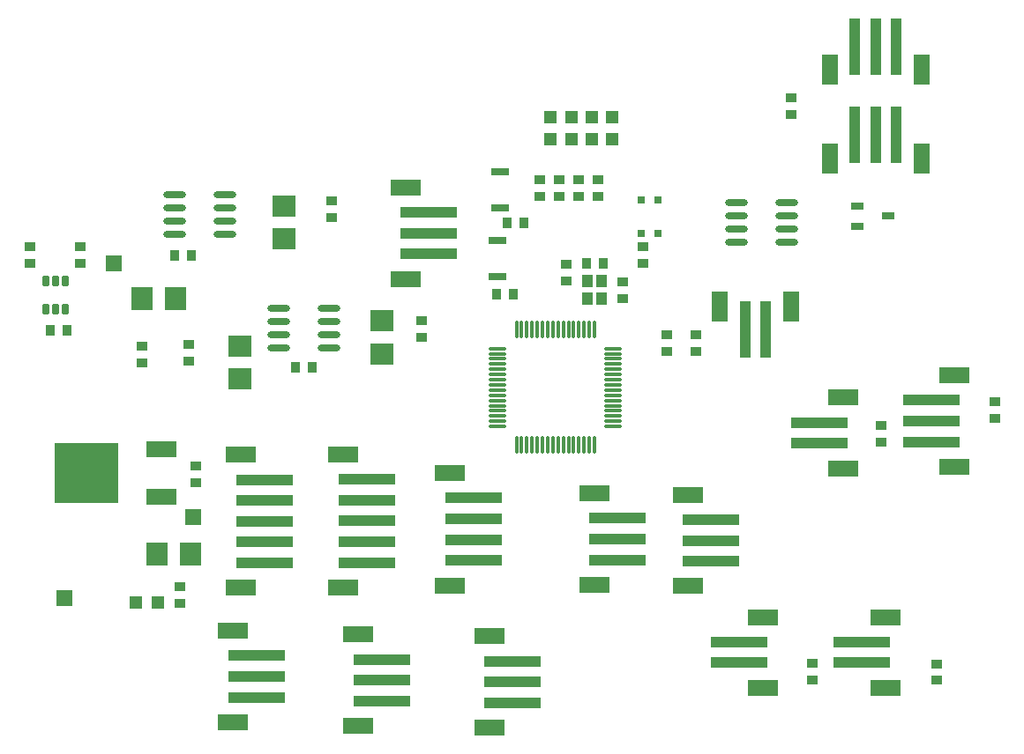
<source format=gtp>
G04*
G04 #@! TF.GenerationSoftware,Altium Limited,Altium Designer,18.1.7 (191)*
G04*
G04 Layer_Color=8421504*
%FSLAX25Y25*%
%MOIN*%
G70*
G01*
G75*
%ADD18O,0.08661X0.02362*%
%ADD19R,0.04724X0.04724*%
%ADD20R,0.07874X0.08661*%
%ADD21R,0.21654X0.03937*%
%ADD22R,0.11811X0.06299*%
%ADD23R,0.08661X0.07874*%
%ADD24R,0.03937X0.03543*%
%ADD25R,0.06299X0.11811*%
%ADD26R,0.03937X0.21654*%
%ADD27R,0.04528X0.02559*%
%ADD28R,0.06693X0.03150*%
%ADD29R,0.06000X0.06000*%
%ADD30R,0.03543X0.03937*%
%ADD31R,0.04724X0.04724*%
%ADD32R,0.11811X0.06299*%
%ADD33R,0.24410X0.22835*%
%ADD34R,0.03937X0.04724*%
G04:AMPARAMS|DCode=35|XSize=23.62mil|YSize=39.37mil|CornerRadius=2.01mil|HoleSize=0mil|Usage=FLASHONLY|Rotation=0.000|XOffset=0mil|YOffset=0mil|HoleType=Round|Shape=RoundedRectangle|*
%AMROUNDEDRECTD35*
21,1,0.02362,0.03535,0,0,0.0*
21,1,0.01961,0.03937,0,0,0.0*
1,1,0.00402,0.00980,-0.01768*
1,1,0.00402,-0.00980,-0.01768*
1,1,0.00402,-0.00980,0.01768*
1,1,0.00402,0.00980,0.01768*
%
%ADD35ROUNDEDRECTD35*%
%ADD36O,0.01181X0.07087*%
%ADD37O,0.07087X0.01181*%
%ADD38R,0.02953X0.02756*%
D18*
X304923Y221500D02*
D03*
Y226500D02*
D03*
Y231500D02*
D03*
Y236500D02*
D03*
X286025Y221500D02*
D03*
Y226500D02*
D03*
Y231500D02*
D03*
Y236500D02*
D03*
X131949Y181691D02*
D03*
Y186691D02*
D03*
Y191691D02*
D03*
Y196691D02*
D03*
X113051Y181691D02*
D03*
Y186691D02*
D03*
Y191691D02*
D03*
Y196691D02*
D03*
X73551Y239691D02*
D03*
Y234691D02*
D03*
Y229691D02*
D03*
Y224691D02*
D03*
X92449Y239691D02*
D03*
Y234691D02*
D03*
Y229691D02*
D03*
Y224691D02*
D03*
D19*
X58866Y85385D02*
D03*
X67134D02*
D03*
D20*
X79598Y103500D02*
D03*
X67000D02*
D03*
X73855Y200191D02*
D03*
X61256D02*
D03*
D21*
X169701Y217227D02*
D03*
Y225101D02*
D03*
Y232975D02*
D03*
X201282Y47392D02*
D03*
Y55266D02*
D03*
Y63140D02*
D03*
X151782Y48008D02*
D03*
Y55882D02*
D03*
Y63756D02*
D03*
X104530Y49469D02*
D03*
Y57343D02*
D03*
Y65217D02*
D03*
X146201Y131936D02*
D03*
Y124062D02*
D03*
Y116188D02*
D03*
Y108314D02*
D03*
Y100440D02*
D03*
X107500Y100317D02*
D03*
Y108191D02*
D03*
Y116065D02*
D03*
Y123939D02*
D03*
Y131813D02*
D03*
X276358Y100949D02*
D03*
Y108823D02*
D03*
Y116697D02*
D03*
X359500Y161874D02*
D03*
Y154000D02*
D03*
Y146126D02*
D03*
X287000Y70374D02*
D03*
Y62500D02*
D03*
X317299Y153437D02*
D03*
Y145563D02*
D03*
X333299Y70374D02*
D03*
Y62500D02*
D03*
X240969Y117197D02*
D03*
Y109323D02*
D03*
Y101449D02*
D03*
X186500Y101252D02*
D03*
Y109126D02*
D03*
Y117000D02*
D03*
Y124874D02*
D03*
D22*
X160843Y207778D02*
D03*
Y242424D02*
D03*
X192424Y37943D02*
D03*
Y72589D02*
D03*
X142924Y38559D02*
D03*
Y73205D02*
D03*
X95672Y40020D02*
D03*
Y74666D02*
D03*
X137343Y141384D02*
D03*
Y90991D02*
D03*
X98642Y90868D02*
D03*
Y141262D02*
D03*
X267500Y91500D02*
D03*
Y126146D02*
D03*
X368358Y171323D02*
D03*
Y136677D02*
D03*
X295858Y79823D02*
D03*
Y53051D02*
D03*
X326157Y162886D02*
D03*
Y136114D02*
D03*
X342157Y79823D02*
D03*
Y53051D02*
D03*
X232111Y126646D02*
D03*
Y92000D02*
D03*
X177642Y91803D02*
D03*
Y134323D02*
D03*
D23*
X152000Y179392D02*
D03*
Y191990D02*
D03*
X98256Y169892D02*
D03*
Y182491D02*
D03*
X114756Y235490D02*
D03*
Y222892D02*
D03*
D24*
X306500Y270000D02*
D03*
Y276299D02*
D03*
X259500Y186650D02*
D03*
Y180350D02*
D03*
X361500Y62150D02*
D03*
Y55850D02*
D03*
X314500Y56000D02*
D03*
Y62299D02*
D03*
X383500Y161299D02*
D03*
Y155000D02*
D03*
X340500Y146000D02*
D03*
Y152299D02*
D03*
X270500Y180350D02*
D03*
Y186650D02*
D03*
X221500Y207042D02*
D03*
Y213341D02*
D03*
X242972Y200388D02*
D03*
Y206687D02*
D03*
X250500Y213542D02*
D03*
Y219841D02*
D03*
X226214Y245353D02*
D03*
Y239054D02*
D03*
X218881Y245353D02*
D03*
Y239054D02*
D03*
X233547Y245353D02*
D03*
Y239054D02*
D03*
X211547Y245353D02*
D03*
Y239054D02*
D03*
X75406Y85089D02*
D03*
Y91389D02*
D03*
X81500Y130542D02*
D03*
Y136841D02*
D03*
X18756Y219841D02*
D03*
Y213542D02*
D03*
X37756D02*
D03*
Y219841D02*
D03*
X78756Y176542D02*
D03*
Y182841D02*
D03*
X61256Y176042D02*
D03*
Y182341D02*
D03*
X166756Y185542D02*
D03*
Y191841D02*
D03*
X132756Y231042D02*
D03*
Y237341D02*
D03*
D25*
X321177Y253343D02*
D03*
X355823D02*
D03*
X306449Y197358D02*
D03*
X279677D02*
D03*
X321177Y286843D02*
D03*
X355823D02*
D03*
D26*
X330626Y262201D02*
D03*
X338500D02*
D03*
X346374D02*
D03*
X338500Y295701D02*
D03*
X330626D02*
D03*
X297000Y188500D02*
D03*
X289126D02*
D03*
X346374Y295701D02*
D03*
D27*
X331693Y227760D02*
D03*
Y235240D02*
D03*
X343307Y231500D02*
D03*
D28*
X195500Y208807D02*
D03*
Y222193D02*
D03*
X196500Y248193D02*
D03*
Y234807D02*
D03*
D29*
X50500Y213500D02*
D03*
X80500Y117500D02*
D03*
X32000Y87000D02*
D03*
D30*
X199201Y229000D02*
D03*
X205500D02*
D03*
X201650Y202000D02*
D03*
X195350D02*
D03*
X229350Y213542D02*
D03*
X235650D02*
D03*
X73701Y216500D02*
D03*
X80000D02*
D03*
X119350Y174191D02*
D03*
X125650D02*
D03*
X26607Y188191D02*
D03*
X32906D02*
D03*
D31*
X223403Y260698D02*
D03*
Y268966D02*
D03*
X231102Y260698D02*
D03*
Y268966D02*
D03*
X238801Y260698D02*
D03*
Y268966D02*
D03*
X215705Y260698D02*
D03*
Y268966D02*
D03*
D32*
X68484Y125195D02*
D03*
Y143187D02*
D03*
D33*
X40217Y134191D02*
D03*
D34*
X234812Y206884D02*
D03*
Y200191D02*
D03*
X229694Y206884D02*
D03*
Y200191D02*
D03*
D35*
X32240Y196278D02*
D03*
X28500D02*
D03*
X24760D02*
D03*
Y207105D02*
D03*
X28500D02*
D03*
X32240D02*
D03*
D36*
X232264Y188542D02*
D03*
X230295D02*
D03*
X228327D02*
D03*
X226358D02*
D03*
X224390D02*
D03*
X222421D02*
D03*
X220453D02*
D03*
X218484D02*
D03*
X216516D02*
D03*
X214547D02*
D03*
X212579D02*
D03*
X210610D02*
D03*
X208642D02*
D03*
X206673D02*
D03*
X204705D02*
D03*
X202736D02*
D03*
Y144841D02*
D03*
X204705D02*
D03*
X206673D02*
D03*
X208642D02*
D03*
X210610D02*
D03*
X212579D02*
D03*
X214547D02*
D03*
X216516D02*
D03*
X218484D02*
D03*
X220453D02*
D03*
X222421D02*
D03*
X224390D02*
D03*
X226358D02*
D03*
X228327D02*
D03*
X230295D02*
D03*
X232264D02*
D03*
D37*
X195650Y181455D02*
D03*
Y179487D02*
D03*
Y177518D02*
D03*
Y175549D02*
D03*
Y173581D02*
D03*
Y171613D02*
D03*
Y169644D02*
D03*
Y167675D02*
D03*
Y165707D02*
D03*
Y163739D02*
D03*
Y161770D02*
D03*
Y159801D02*
D03*
Y157833D02*
D03*
Y155865D02*
D03*
Y153896D02*
D03*
Y151927D02*
D03*
X239350D02*
D03*
Y153896D02*
D03*
Y155865D02*
D03*
Y157833D02*
D03*
Y159801D02*
D03*
Y161770D02*
D03*
Y163739D02*
D03*
Y165707D02*
D03*
Y167675D02*
D03*
Y169644D02*
D03*
Y171613D02*
D03*
Y173581D02*
D03*
Y175549D02*
D03*
Y177518D02*
D03*
Y179487D02*
D03*
Y181455D02*
D03*
D38*
X256283Y237774D02*
D03*
Y224979D02*
D03*
X249787D02*
D03*
Y237774D02*
D03*
M02*

</source>
